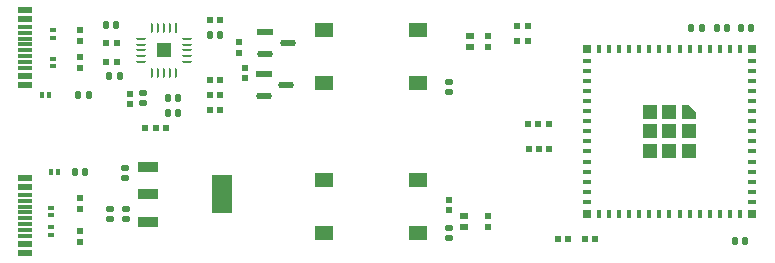
<source format=gtp>
G04*
G04 #@! TF.GenerationSoftware,Altium Limited,Altium Designer,24.5.2 (23)*
G04*
G04 Layer_Color=8421504*
%FSLAX25Y25*%
%MOIN*%
G70*
G04*
G04 #@! TF.SameCoordinates,4C7D719B-D633-4967-9843-4E76C81F2032*
G04*
G04*
G04 #@! TF.FilePolarity,Positive*
G04*
G01*
G75*
%ADD17R,0.05105X0.05105*%
G04:AMPARAMS|DCode=18|XSize=23.62mil|YSize=21.26mil|CornerRadius=5.63mil|HoleSize=0mil|Usage=FLASHONLY|Rotation=270.000|XOffset=0mil|YOffset=0mil|HoleType=Round|Shape=RoundedRectangle|*
%AMROUNDEDRECTD18*
21,1,0.02362,0.00999,0,0,270.0*
21,1,0.01235,0.02126,0,0,270.0*
1,1,0.01127,-0.00500,-0.00618*
1,1,0.01127,-0.00500,0.00618*
1,1,0.01127,0.00500,0.00618*
1,1,0.01127,0.00500,-0.00618*
%
%ADD18ROUNDEDRECTD18*%
%ADD19R,0.02126X0.02362*%
%ADD20R,0.03150X0.03150*%
%ADD21R,0.01575X0.03150*%
%ADD22R,0.03150X0.01575*%
%ADD23R,0.04724X0.04724*%
G04:AMPARAMS|DCode=24|XSize=23.62mil|YSize=21.26mil|CornerRadius=5.63mil|HoleSize=0mil|Usage=FLASHONLY|Rotation=180.000|XOffset=0mil|YOffset=0mil|HoleType=Round|Shape=RoundedRectangle|*
%AMROUNDEDRECTD24*
21,1,0.02362,0.00999,0,0,180.0*
21,1,0.01235,0.02126,0,0,180.0*
1,1,0.01127,-0.00618,0.00500*
1,1,0.01127,0.00618,0.00500*
1,1,0.01127,0.00618,-0.00500*
1,1,0.01127,-0.00618,-0.00500*
%
%ADD24ROUNDEDRECTD24*%
%ADD25R,0.06102X0.05118*%
%ADD26R,0.02362X0.02126*%
%ADD27R,0.01378X0.02362*%
%ADD28R,0.02362X0.01378*%
%ADD29R,0.04528X0.02362*%
%ADD30R,0.02756X0.02362*%
G04:AMPARAMS|DCode=31|XSize=33.06mil|YSize=9.55mil|CornerRadius=4.77mil|HoleSize=0mil|Usage=FLASHONLY|Rotation=270.000|XOffset=0mil|YOffset=0mil|HoleType=Round|Shape=RoundedRectangle|*
%AMROUNDEDRECTD31*
21,1,0.03306,0.00000,0,0,270.0*
21,1,0.02351,0.00955,0,0,270.0*
1,1,0.00955,0.00000,-0.01176*
1,1,0.00955,0.00000,0.01176*
1,1,0.00955,0.00000,0.01176*
1,1,0.00955,0.00000,-0.01176*
%
%ADD31ROUNDEDRECTD31*%
G04:AMPARAMS|DCode=32|XSize=35.43mil|YSize=68.9mil|CornerRadius=1.95mil|HoleSize=0mil|Usage=FLASHONLY|Rotation=90.000|XOffset=0mil|YOffset=0mil|HoleType=Round|Shape=RoundedRectangle|*
%AMROUNDEDRECTD32*
21,1,0.03543,0.06500,0,0,90.0*
21,1,0.03154,0.06890,0,0,90.0*
1,1,0.00390,0.03250,0.01577*
1,1,0.00390,0.03250,-0.01577*
1,1,0.00390,-0.03250,-0.01577*
1,1,0.00390,-0.03250,0.01577*
%
%ADD32ROUNDEDRECTD32*%
G04:AMPARAMS|DCode=33|XSize=125.98mil|YSize=68.9mil|CornerRadius=2.07mil|HoleSize=0mil|Usage=FLASHONLY|Rotation=90.000|XOffset=0mil|YOffset=0mil|HoleType=Round|Shape=RoundedRectangle|*
%AMROUNDEDRECTD33*
21,1,0.12598,0.06476,0,0,90.0*
21,1,0.12185,0.06890,0,0,90.0*
1,1,0.00413,0.03238,0.06093*
1,1,0.00413,0.03238,-0.06093*
1,1,0.00413,-0.03238,-0.06093*
1,1,0.00413,-0.03238,0.06093*
%
%ADD33ROUNDEDRECTD33*%
G04:AMPARAMS|DCode=34|XSize=9.55mil|YSize=33.06mil|CornerRadius=4.77mil|HoleSize=0mil|Usage=FLASHONLY|Rotation=270.000|XOffset=0mil|YOffset=0mil|HoleType=Round|Shape=RoundedRectangle|*
%AMROUNDEDRECTD34*
21,1,0.00955,0.02351,0,0,270.0*
21,1,0.00000,0.03306,0,0,270.0*
1,1,0.00955,-0.01176,0.00000*
1,1,0.00955,-0.01176,0.00000*
1,1,0.00955,0.01176,0.00000*
1,1,0.00955,0.01176,0.00000*
%
%ADD34ROUNDEDRECTD34*%
%ADD35R,0.04528X0.01181*%
%ADD36R,0.00955X0.03306*%
%ADD37R,0.05343X0.02253*%
G04:AMPARAMS|DCode=38|XSize=53.43mil|YSize=22.53mil|CornerRadius=11.26mil|HoleSize=0mil|Usage=FLASHONLY|Rotation=0.000|XOffset=0mil|YOffset=0mil|HoleType=Round|Shape=RoundedRectangle|*
%AMROUNDEDRECTD38*
21,1,0.05343,0.00000,0,0,0.0*
21,1,0.03091,0.02253,0,0,0.0*
1,1,0.02253,0.01545,0.00000*
1,1,0.02253,-0.01545,0.00000*
1,1,0.02253,-0.01545,0.00000*
1,1,0.02253,0.01545,0.00000*
%
%ADD38ROUNDEDRECTD38*%
G36*
X243638Y54134D02*
Y58858D01*
X246000D01*
X248362Y56496D01*
Y54134D01*
X243638D01*
D02*
G37*
D17*
X71000Y77000D02*
D03*
D18*
X42500Y62000D02*
D03*
X45886D02*
D03*
X72307Y56000D02*
D03*
X75693D02*
D03*
X258693Y84500D02*
D03*
X246807D02*
D03*
X44693Y36500D02*
D03*
X51707Y85400D02*
D03*
X52807Y68500D02*
D03*
X89693Y82000D02*
D03*
X266693Y84500D02*
D03*
X261307Y13500D02*
D03*
X75693Y61000D02*
D03*
X72307D02*
D03*
X264693Y13500D02*
D03*
X263307Y84500D02*
D03*
X86307Y82000D02*
D03*
X56193Y68500D02*
D03*
X55093Y85400D02*
D03*
X41307Y36500D02*
D03*
X250193Y84500D02*
D03*
X255307D02*
D03*
D19*
X195998Y44187D02*
D03*
X199400D02*
D03*
X195801Y52500D02*
D03*
X192399D02*
D03*
X196000Y44187D02*
D03*
X192598D02*
D03*
X89701Y62000D02*
D03*
Y57000D02*
D03*
X188799Y80000D02*
D03*
X192201D02*
D03*
X188799Y85000D02*
D03*
X192201D02*
D03*
X71601Y51000D02*
D03*
X68199D02*
D03*
X64799D02*
D03*
X68201D02*
D03*
X89701Y87000D02*
D03*
X86299D02*
D03*
X51799Y73000D02*
D03*
X55201D02*
D03*
X51799Y79400D02*
D03*
X55201D02*
D03*
X86299Y57000D02*
D03*
Y67000D02*
D03*
X89701D02*
D03*
X86299Y62000D02*
D03*
X205701Y14000D02*
D03*
X202299D02*
D03*
X214701D02*
D03*
X211299D02*
D03*
X199201Y52500D02*
D03*
X195799D02*
D03*
D20*
X267063Y77559D02*
D03*
X211945D02*
D03*
X267063Y22441D02*
D03*
X211945D02*
D03*
D21*
X262929Y77559D02*
D03*
X259583D02*
D03*
X252890Y22441D02*
D03*
X256236D02*
D03*
X262929D02*
D03*
X259583D02*
D03*
X249543D02*
D03*
X246197D02*
D03*
X242850D02*
D03*
X239504D02*
D03*
X236157D02*
D03*
X232811D02*
D03*
X229465D02*
D03*
X226118D02*
D03*
X222772D02*
D03*
X219425D02*
D03*
X216079D02*
D03*
Y77559D02*
D03*
X219425D02*
D03*
X222772D02*
D03*
X226118D02*
D03*
X229465D02*
D03*
X232811D02*
D03*
X236157D02*
D03*
X239504D02*
D03*
X242850D02*
D03*
X246197D02*
D03*
X249543D02*
D03*
X252890D02*
D03*
X256236D02*
D03*
D22*
X267063Y26575D02*
D03*
Y29921D02*
D03*
Y33268D02*
D03*
Y36614D02*
D03*
Y39961D02*
D03*
Y43307D02*
D03*
Y46654D02*
D03*
Y50000D02*
D03*
Y53347D02*
D03*
Y56693D02*
D03*
Y60039D02*
D03*
Y63386D02*
D03*
Y66732D02*
D03*
Y70079D02*
D03*
Y73425D02*
D03*
X211945Y26575D02*
D03*
Y29921D02*
D03*
Y33268D02*
D03*
Y36614D02*
D03*
Y39961D02*
D03*
Y43307D02*
D03*
Y46654D02*
D03*
Y50000D02*
D03*
Y53347D02*
D03*
Y56693D02*
D03*
Y60039D02*
D03*
Y63386D02*
D03*
Y66732D02*
D03*
Y70079D02*
D03*
Y73425D02*
D03*
D23*
X239504Y50000D02*
D03*
X246000D02*
D03*
Y43504D02*
D03*
X239504D02*
D03*
X233008D02*
D03*
Y50000D02*
D03*
Y56496D02*
D03*
X239504D02*
D03*
D24*
X166000Y63000D02*
D03*
Y14307D02*
D03*
X58000Y34307D02*
D03*
X53000Y24193D02*
D03*
X58500D02*
D03*
X64000Y59307D02*
D03*
Y62693D02*
D03*
X58500Y20807D02*
D03*
X53000D02*
D03*
X58000Y37693D02*
D03*
X166000Y17693D02*
D03*
Y66386D02*
D03*
D25*
X124350Y83858D02*
D03*
X155650D02*
D03*
X124350Y33858D02*
D03*
X155650D02*
D03*
Y16142D02*
D03*
X124350D02*
D03*
X155650Y66142D02*
D03*
X124350D02*
D03*
D26*
X43000Y16701D02*
D03*
Y24299D02*
D03*
Y74701D02*
D03*
Y80299D02*
D03*
X179000Y81701D02*
D03*
Y78299D02*
D03*
Y21701D02*
D03*
Y18299D02*
D03*
X59700Y59200D02*
D03*
Y62602D02*
D03*
X43000Y83701D02*
D03*
Y71299D02*
D03*
Y27701D02*
D03*
Y13299D02*
D03*
X98000Y71201D02*
D03*
Y67799D02*
D03*
X166000Y23799D02*
D03*
Y27201D02*
D03*
X96000Y76299D02*
D03*
Y79701D02*
D03*
D27*
X33220Y36500D02*
D03*
X30220Y62000D02*
D03*
X32779D02*
D03*
X35780Y36500D02*
D03*
D28*
X33500Y24559D02*
D03*
Y15500D02*
D03*
X34000Y83780D02*
D03*
Y71720D02*
D03*
Y74279D02*
D03*
Y81221D02*
D03*
X33500Y18059D02*
D03*
Y22000D02*
D03*
D29*
X24764Y9409D02*
D03*
Y34606D02*
D03*
Y65394D02*
D03*
Y90591D02*
D03*
Y68543D02*
D03*
Y87441D02*
D03*
Y12559D02*
D03*
Y31457D02*
D03*
D30*
X171000Y18130D02*
D03*
Y21870D02*
D03*
X173000Y78130D02*
D03*
Y81870D02*
D03*
D31*
X71000Y69459D02*
D03*
Y84541D02*
D03*
X72969D02*
D03*
X69032D02*
D03*
X67063D02*
D03*
Y69459D02*
D03*
X69032D02*
D03*
X72969D02*
D03*
X74937D02*
D03*
D32*
X65697Y29000D02*
D03*
Y19945D02*
D03*
Y38055D02*
D03*
D33*
X90303Y29000D02*
D03*
D34*
X78541Y78969D02*
D03*
Y77000D02*
D03*
X63459Y80937D02*
D03*
Y78969D02*
D03*
Y77000D02*
D03*
Y75032D02*
D03*
Y73063D02*
D03*
X78541D02*
D03*
Y75032D02*
D03*
Y80937D02*
D03*
D35*
X24764Y84882D02*
D03*
Y82913D02*
D03*
Y80945D02*
D03*
Y78976D02*
D03*
Y77008D02*
D03*
Y75039D02*
D03*
Y73071D02*
D03*
Y71102D02*
D03*
Y28898D02*
D03*
Y26929D02*
D03*
Y24961D02*
D03*
Y22992D02*
D03*
Y21024D02*
D03*
Y19055D02*
D03*
Y17087D02*
D03*
Y15118D02*
D03*
D36*
X74937Y84541D02*
D03*
D37*
X104258Y69240D02*
D03*
X104758Y83240D02*
D03*
D38*
X104258Y61760D02*
D03*
X111742Y65500D02*
D03*
X104758Y75760D02*
D03*
X112242Y79500D02*
D03*
M02*

</source>
